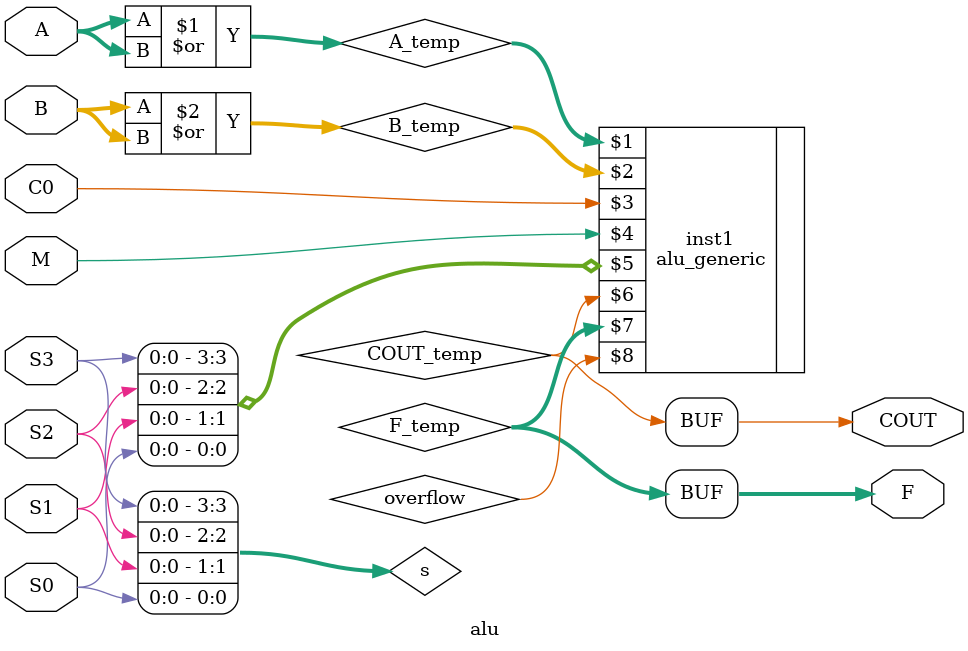
<source format=v>
module alu(A,B,C0,M,S0,S1,S2,S3,COUT,F);
  parameter N = 32;
  parameter FAST = 0;
  parameter DPFLAG = 1;
  parameter GROUP = "dpath1";
  parameter BUFFER_SIZE = "DEFAULT";
  parameter
        d_COUT_r = 1,
        d_COUT_f = 1,
        d_F = 1;
  input [(N - 1):0] A;
  input [(N - 1):0] B;
  input  C0;
  input  M;
  input  S0;
  input  S1;
  input  S2;
  input  S3;
  output  COUT;
  output [(N - 1):0] F;
  wire [(N - 1):0] A_temp;
  wire [(N - 1):0] B_temp;
  wire  COUT_temp;
  wire [(N - 1):0] F_temp;
  reg [3:0] s;
  wire  overflow;
  assign A_temp = A|A;
  assign B_temp = B|B;
  assign #(d_COUT_r,d_COUT_f) COUT = COUT_temp;
  assign #(d_F) F = F_temp;
  /*
  initial
    begin
    if((DPFLAG == 0))
      $display("(WARNING) The instance %m of type alu can't be implemented as a standard cell.");
    end
  */
  always
    @(S0 or S1 or S2 or S3)
      begin
      s[3] = S3;
      s[2] = S2;
      s[1] = S1;
      s[0] = S0;
      end
  alu_generic #(N) inst1 (A_temp,B_temp,C0,M,s,COUT_temp,F_temp,overflow);
endmodule

</source>
